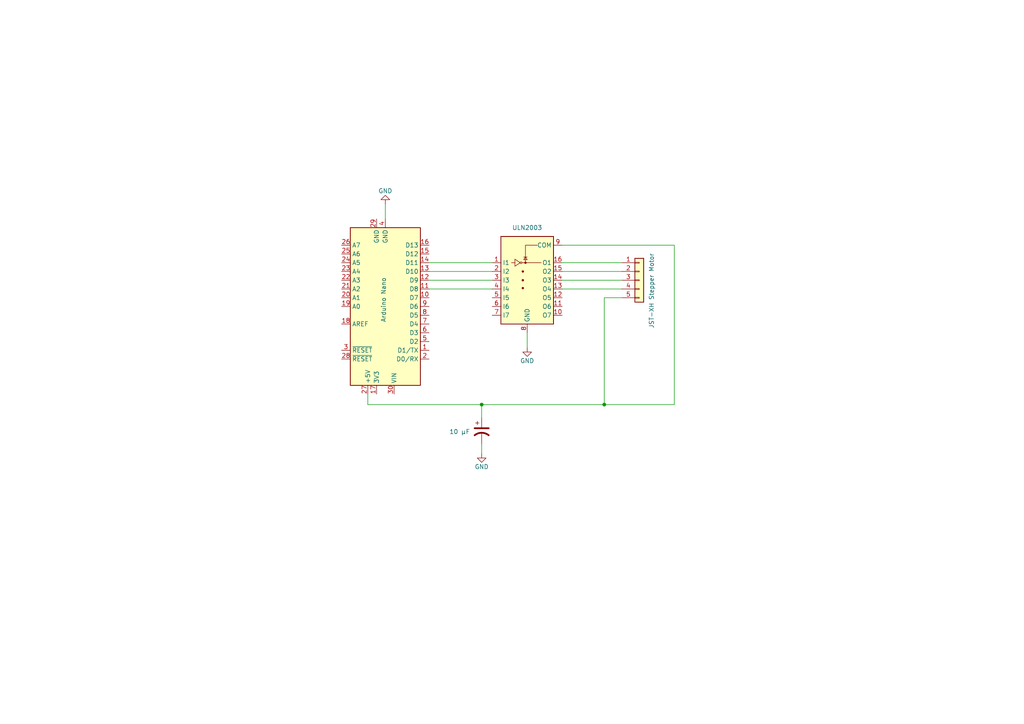
<source format=kicad_sch>
(kicad_sch (version 20211123) (generator eeschema)
  (paper "A4")
  (title_block (title "Electronic Focuser") (date "2024-01-02") (rev "1.0") (comment 3 "License: MIT") (comment 4 "Author: Julien Lecomte"))
  (lib_symbols
    (symbol "Connector_Generic:Conn_01x05" (pin_names (offset 1.016) hide)
      (property "Reference" "J" (at 0 7.62 0))
      (property "Value" "Conn_01x05" (at 0 -7.62 0))
      (symbol "Conn_01x05_1_1"
        (rectangle (start -1.27 -4.953) (end 0 -5.207) (stroke (width 0.1524)))
        (rectangle (start -1.27 -2.413) (end 0 -2.667) (stroke (width 0.1524)))
        (rectangle (start -1.27 0.127) (end 0 -0.127) (stroke (width 0.1524)))
        (rectangle (start -1.27 2.667) (end 0 2.413) (stroke (width 0.1524)))
        (rectangle (start -1.27 5.207) (end 0 4.953) (stroke (width 0.1524)))
        (rectangle (start -1.27 6.35) (end 1.27 -6.35) (stroke (width 0.254)) (fill (type background)))
        (pin passive line (at -5.08 5.08 0) (length 3.81) (name "Pin_1") (number "1"))
        (pin passive line (at -5.08 2.54 0) (length 3.81) (name "Pin_2") (number "2"))
        (pin passive line (at -5.08 0 0) (length 3.81) (name "Pin_3") (number "3"))
        (pin passive line (at -5.08 -2.54 0) (length 3.81) (name "Pin_4") (number "4"))
        (pin passive line (at -5.08 -5.08 0) (length 3.81) (name "Pin_5") (number "5"))
      )
    )
    (symbol "Device:C_Polarized_US" (pin_numbers hide) (pin_names (offset 0.254) hide)
      (property "Reference" "C" (at 0.635 2.54 0))
      (property "Value" "C_Polarized_US" (at 0.635 -2.54 0))
      (symbol "C_Polarized_US_0_1"
        (polyline (pts (xy -2.032 0.762) (xy 2.032 0.762)) (stroke (width 0.508)))
        (polyline (pts (xy -1.778 2.286) (xy -0.762 2.286)))
        (polyline (pts (xy -1.27 1.778) (xy -1.27 2.794)))
        (arc (start 2.032 -1.27) (mid 0 -0.5572) (end -2.032 -1.27) (stroke (width 0.508)))
      )
      (symbol "C_Polarized_US_1_1"
        (pin passive line (at 0 3.81 270) (length 2.794) (name "~") (number "1"))
        (pin passive line (at 0 -3.81 90) (length 3.302) (name "~") (number "2"))
      )
    )
    (symbol "MCU_Module:Arduino_Nano_v3.x"
      (property "Reference" "A" (at -10.16 23.495 0))
      (property "Value" "Arduino_Nano_v3.x" (at 5.08 -24.13 0))
      (symbol "Arduino_Nano_v3.x_0_1"
        (rectangle (start -10.16 22.86) (end 10.16 -22.86) (stroke (width 0.254)) (fill (type background)))
      )
      (symbol "Arduino_Nano_v3.x_1_1"
        (pin bidirectional line (at -12.7 12.7 0) (length 2.54) (name "D1/TX") (number "1"))
        (pin bidirectional line (at -12.7 -2.54 0) (length 2.54) (name "D7") (number "10"))
        (pin bidirectional line (at -12.7 -5.08 0) (length 2.54) (name "D8") (number "11"))
        (pin bidirectional line (at -12.7 -7.62 0) (length 2.54) (name "D9") (number "12"))
        (pin bidirectional line (at -12.7 -10.16 0) (length 2.54) (name "D10") (number "13"))
        (pin bidirectional line (at -12.7 -12.7 0) (length 2.54) (name "D11") (number "14"))
        (pin bidirectional line (at -12.7 -15.24 0) (length 2.54) (name "D12") (number "15"))
        (pin bidirectional line (at -12.7 -17.78 0) (length 2.54) (name "D13") (number "16"))
        (pin power_out line (at 2.54 25.4 270) (length 2.54) (name "3V3") (number "17"))
        (pin input line (at 12.7 5.08 180) (length 2.54) (name "AREF") (number "18"))
        (pin bidirectional line (at 12.7 0 180) (length 2.54) (name "A0") (number "19"))
        (pin bidirectional line (at -12.7 15.24 0) (length 2.54) (name "D0/RX") (number "2"))
        (pin bidirectional line (at 12.7 -2.54 180) (length 2.54) (name "A1") (number "20"))
        (pin bidirectional line (at 12.7 -5.08 180) (length 2.54) (name "A2") (number "21"))
        (pin bidirectional line (at 12.7 -7.62 180) (length 2.54) (name "A3") (number "22"))
        (pin bidirectional line (at 12.7 -10.16 180) (length 2.54) (name "A4") (number "23"))
        (pin bidirectional line (at 12.7 -12.7 180) (length 2.54) (name "A5") (number "24"))
        (pin bidirectional line (at 12.7 -15.24 180) (length 2.54) (name "A6") (number "25"))
        (pin bidirectional line (at 12.7 -17.78 180) (length 2.54) (name "A7") (number "26"))
        (pin power_out line (at 5.08 25.4 270) (length 2.54) (name "+5V") (number "27"))
        (pin input line (at 12.7 15.24 180) (length 2.54) (name "~{RESET}") (number "28"))
        (pin power_in line (at 2.54 -25.4 90) (length 2.54) (name "GND") (number "29"))
        (pin input line (at 12.7 12.7 180) (length 2.54) (name "~{RESET}") (number "3"))
        (pin power_in line (at -2.54 25.4 270) (length 2.54) (name "VIN") (number "30"))
        (pin power_in line (at 0 -25.4 90) (length 2.54) (name "GND") (number "4"))
        (pin bidirectional line (at -12.7 10.16 0) (length 2.54) (name "D2") (number "5"))
        (pin bidirectional line (at -12.7 7.62 0) (length 2.54) (name "D3") (number "6"))
        (pin bidirectional line (at -12.7 5.08 0) (length 2.54) (name "D4") (number "7"))
        (pin bidirectional line (at -12.7 2.54 0) (length 2.54) (name "D5") (number "8"))
        (pin bidirectional line (at -12.7 0 0) (length 2.54) (name "D6") (number "9"))
      )
    )
    (symbol "Transistor_Array:ULN2003"
      (property "Reference" "U" (at 0 15.875 0))
      (property "Value" "ULN2003" (at 0 13.97 0))
      (symbol "ULN2003_0_1"
        (rectangle (start -7.62 -12.7) (end 7.62 12.7) (stroke (width 0.254)) (fill (type background)))
        (circle (center -1.778 5.08) (radius 0.254))
        (circle (center -1.27 -2.286) (radius 0.254) (fill (type outline)))
        (circle (center -1.27 0) (radius 0.254) (fill (type outline)))
        (circle (center -1.27 2.54) (radius 0.254) (fill (type outline)))
        (circle (center -0.508 5.08) (radius 0.254) (fill (type outline)))
        (polyline (pts (xy -4.572 5.08) (xy -3.556 5.08)))
        (polyline (pts (xy -1.524 5.08) (xy 4.064 5.08)))
        (polyline (pts (xy 0 6.731) (xy -1.016 6.731)))
        (polyline (pts (xy -0.508 5.08) (xy -0.508 10.16) (xy 2.921 10.16)))
        (polyline (pts (xy -3.556 6.096) (xy -3.556 4.064) (xy -2.032 5.08) (xy -3.556 6.096)))
        (polyline (pts (xy 0 5.969) (xy -1.016 5.969) (xy -0.508 6.731) (xy 0 5.969)))
      )
      (symbol "ULN2003_1_1"
        (pin input line (at -10.16 5.08 0) (length 2.54) (name "I1") (number "1"))
        (pin open_collector line (at 10.16 -10.16 180) (length 2.54) (name "O7") (number "10"))
        (pin open_collector line (at 10.16 -7.62 180) (length 2.54) (name "O6") (number "11"))
        (pin open_collector line (at 10.16 -5.08 180) (length 2.54) (name "O5") (number "12"))
        (pin open_collector line (at 10.16 -2.54 180) (length 2.54) (name "O4") (number "13"))
        (pin open_collector line (at 10.16 0 180) (length 2.54) (name "O3") (number "14"))
        (pin open_collector line (at 10.16 2.54 180) (length 2.54) (name "O2") (number "15"))
        (pin open_collector line (at 10.16 5.08 180) (length 2.54) (name "O1") (number "16"))
        (pin input line (at -10.16 2.54 0) (length 2.54) (name "I2") (number "2"))
        (pin input line (at -10.16 0 0) (length 2.54) (name "I3") (number "3"))
        (pin input line (at -10.16 -2.54 0) (length 2.54) (name "I4") (number "4"))
        (pin input line (at -10.16 -5.08 0) (length 2.54) (name "I5") (number "5"))
        (pin input line (at -10.16 -7.62 0) (length 2.54) (name "I6") (number "6"))
        (pin input line (at -10.16 -10.16 0) (length 2.54) (name "I7") (number "7"))
        (pin power_in line (at 0 -15.24 90) (length 2.54) (name "GND") (number "8"))
        (pin passive line (at 10.16 10.16 180) (length 2.54) (name "COM") (number "9"))
      )
    )
    (symbol "power:GND" (power) (pin_numbers hide) (pin_names (offset 0) hide)
      (property "Value" "GND" (at 0 -3.81 0))
      (symbol "GND_0_1"
        (polyline (pts (xy 0 0) (xy 0 -1.27) (xy 1.27 -1.27) (xy 0 -2.54) (xy -1.27 -1.27) (xy 0 -1.27)))
      )
      (symbol "GND_1_1"
        (pin power_in line (at 0 0 270) (length 0) hide (name "GND") (number "1"))
      )
    )
  )
  (junction (at 175.26 117.348))
  (junction (at 139.7 117.348))
  (wire (pts (xy 195.58 71.12) (xy 195.58 117.348)))
  (wire (pts (xy 124.46 78.74) (xy 142.748 78.74)))
  (wire (pts (xy 163.068 81.28) (xy 180.34 81.28)))
  (wire (pts (xy 106.68 114.3) (xy 106.68 117.348)))
  (wire (pts (xy 139.7 117.348) (xy 175.26 117.348)))
  (wire (pts (xy 111.76 59.182) (xy 111.76 63.5)))
  (wire (pts (xy 163.068 78.74) (xy 180.34 78.74)))
  (wire (pts (xy 163.068 83.82) (xy 180.34 83.82)))
  (wire (pts (xy 195.58 117.348) (xy 175.26 117.348)))
  (wire (pts (xy 124.46 83.82) (xy 142.748 83.82)))
  (wire (pts (xy 139.7 117.348) (xy 139.7 121.158)))
  (wire (pts (xy 163.068 76.2) (xy 180.34 76.2)))
  (wire (pts (xy 175.26 86.36) (xy 180.34 86.36)))
  (wire (pts (xy 124.46 81.28) (xy 142.748 81.28)))
  (wire (pts (xy 175.26 117.348) (xy 175.26 86.36)))
  (wire (pts (xy 163.068 71.12) (xy 195.58 71.12)))
  (wire (pts (xy 152.908 96.52) (xy 152.908 100.838)))
  (wire (pts (xy 124.46 76.2) (xy 142.748 76.2)))
  (wire (pts (xy 106.68 117.348) (xy 139.7 117.348)))
  (wire (pts (xy 139.7 128.778) (xy 139.7 131.572)))
  (symbol (lib_id "Transistor_Array:ULN2003") (at 152.908 81.28 0) (unit 1)
    (property "Reference" "U1" (effects hide))
    (property "Value" "ULN2003" (at 152.908 66.04 0))
    (property "Footprint" "Package_DIP:DIP-16_W7.62mm" (effects hide))
    (property "Datasheet" "http://www.ti.com/lit/ds/symlink/uln2003a.pdf" (effects hide))
  )
  (symbol (lib_id "power:GND") (at 152.908 100.838 0) (unit 1)
    (property "Reference" "#PWR0102" (effects hide))
    (property "Value" "GND" (at 152.908 104.648 0))
  )
  (symbol (lib_id "Connector_Generic:Conn_01x05") (at 185.42 81.28 0) (unit 1)
    (property "Reference" "J1" (effects hide))
    (property "Value" "JST-XH Stepper Motor" (at 188.976 95.25 90) (effects (justify left)))
    (property "Footprint" "Connector_JST:JST_XH_B5B-XH-A_1x05_P2.50mm_Vertical" (effects hide))
  )
  (symbol (lib_id "Device:C_Polarized_US") (at 139.7 124.968 0) (unit 1)
    (property "Reference" "C1" (effects hide))
    (property "Value" "10 µF" (at 130.302 125.222 0) (effects (justify left)))
    (property "Footprint" "Capacitor_THT:CP_Radial_D4.0mm_P2.00mm" (effects hide))
  )
  (symbol (lib_id "power:GND") (at 139.7 131.572 0) (unit 1)
    (property "Reference" "#PWR0101" (effects hide))
    (property "Value" "GND" (at 139.7 135.382 0))
  )
  (symbol (lib_id "MCU_Module:Arduino_Nano_v3.x") (at 111.76 88.9 180) (unit 1)
    (property "Reference" "A1" (effects hide))
    (property "Value" "Arduino Nano" (at 111.252 93.472 90) (effects (justify right)))
    (property "Footprint" "Module:Arduino_Nano" (effects hide))
    (property "Datasheet" "http://www.mouser.com/pdfdocs/Gravitech_Arduino_Nano3_0.pdf" (effects hide))
  )
  (symbol (lib_id "power:GND") (at 111.76 59.182 180) (unit 1)
    (property "Reference" "#PWR0103" (effects hide))
    (property "Value" "GND" (at 111.76 55.372 0))
  )
)
</source>
